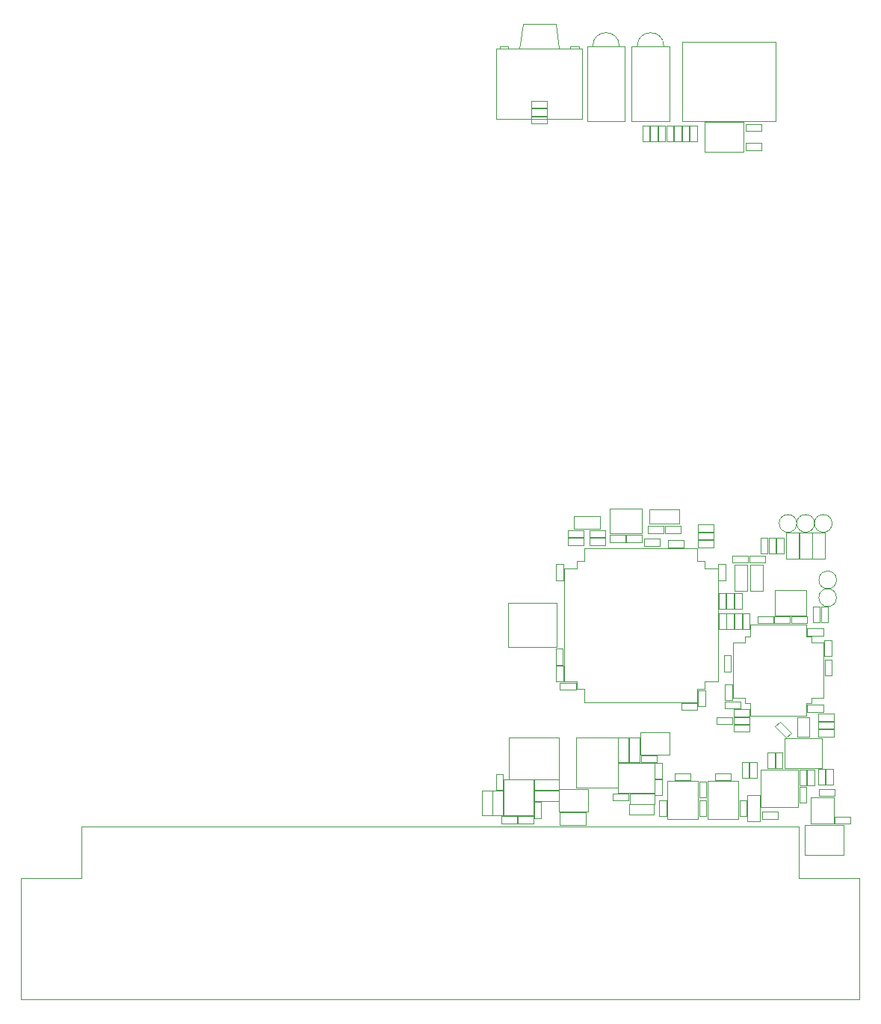
<source format=gbr>
%TF.GenerationSoftware,KiCad,Pcbnew,8.0.8-8.0.8-0~ubuntu24.04.1*%
%TF.CreationDate,2025-02-17T20:41:45+00:00*%
%TF.ProjectId,base-module,62617365-2d6d-46f6-9475-6c652e6b6963,1.0.0*%
%TF.SameCoordinates,Original*%
%TF.FileFunction,Other,User*%
%FSLAX46Y46*%
G04 Gerber Fmt 4.6, Leading zero omitted, Abs format (unit mm)*
G04 Created by KiCad (PCBNEW 8.0.8-8.0.8-0~ubuntu24.04.1) date 2025-02-17 20:41:45*
%MOMM*%
%LPD*%
G01*
G04 APERTURE LIST*
%ADD10C,0.050000*%
G04 APERTURE END LIST*
D10*
%TO.C,L301*%
X104770720Y-129571542D02*
X104770720Y-135271542D01*
X104770720Y-135271542D02*
X109470720Y-135271542D01*
X109470720Y-129571542D02*
X104770720Y-129571542D01*
X109470720Y-135271542D02*
X109470720Y-129571542D01*
%TO.C,JP300*%
X102800000Y-135425000D02*
X102800000Y-137925000D01*
X102800000Y-135425000D02*
X106100000Y-135425000D01*
X106100000Y-137925000D02*
X102800000Y-137925000D01*
X106100000Y-137925000D02*
X106100000Y-135425000D01*
%TO.C,TP302*%
X133750000Y-105325000D02*
G75*
G02*
X131750000Y-105325000I-1000000J0D01*
G01*
X131750000Y-105325000D02*
G75*
G02*
X133750000Y-105325000I1000000J0D01*
G01*
%TO.C,U200*%
X130650000Y-139475000D02*
X130650000Y-142875000D01*
X130650000Y-142875000D02*
X135050000Y-142875000D01*
X135050000Y-139475000D02*
X130650000Y-139475000D01*
X135050000Y-142875000D02*
X135050000Y-139475000D01*
%TO.C,LED300*%
X105983600Y-51335000D02*
X110283600Y-51335000D01*
X110283600Y-59785000D01*
X105983600Y-59785000D01*
X105983600Y-51335000D01*
X106633591Y-51284985D02*
G75*
G02*
X109633609Y-51284985I1500009J-5D01*
G01*
%TO.C,R903*%
X126450000Y-133025000D02*
X126450000Y-131225000D01*
X127250000Y-131225000D02*
X126450000Y-131225000D01*
X127250000Y-131225000D02*
X127250000Y-133025000D01*
X127250000Y-133025000D02*
X126450000Y-133025000D01*
%TO.C,R308*%
X125800000Y-137975000D02*
X127600000Y-137975000D01*
X125800000Y-138775000D02*
X125800000Y-137975000D01*
X127600000Y-138775000D02*
X125800000Y-138775000D01*
X127600000Y-138775000D02*
X127600000Y-137975000D01*
%TO.C,C501*%
X118700000Y-136675000D02*
X119500000Y-136675000D01*
X118700000Y-138475000D02*
X118700000Y-136675000D01*
X118700000Y-138475000D02*
X119500000Y-138475000D01*
X119500000Y-136675000D02*
X119500000Y-138475000D01*
%TO.C,R716*%
X122600000Y-128125000D02*
X122600000Y-128925000D01*
X122600000Y-128125000D02*
X124400000Y-128125000D01*
X124400000Y-128125000D02*
X124400000Y-128925000D01*
X124400000Y-128925000D02*
X122600000Y-128925000D01*
%TO.C,R306*%
X113670720Y-134221542D02*
X113670720Y-132421542D01*
X114470720Y-132421542D02*
X113670720Y-132421542D01*
X114470720Y-132421542D02*
X114470720Y-134221542D01*
X114470720Y-134221542D02*
X113670720Y-134221542D01*
%TO.C,D301*%
X124120000Y-136095000D02*
X125580000Y-136095000D01*
X124120000Y-139055000D02*
X124120000Y-136095000D01*
X125580000Y-136095000D02*
X125580000Y-139055000D01*
X125580000Y-139055000D02*
X124120000Y-139055000D01*
%TO.C,FB400*%
X104470000Y-104495000D02*
X107430000Y-104495000D01*
X104470000Y-105955000D02*
X104470000Y-104495000D01*
X107430000Y-104495000D02*
X107430000Y-105955000D01*
X107430000Y-105955000D02*
X104470000Y-105955000D01*
%TO.C,C601*%
X114150000Y-136675000D02*
X114950000Y-136675000D01*
X114150000Y-138475000D02*
X114150000Y-136675000D01*
X114150000Y-138475000D02*
X114950000Y-138475000D01*
X114950000Y-136675000D02*
X114950000Y-138475000D01*
%TO.C,R301*%
X96250000Y-138471508D02*
X98050000Y-138471508D01*
X96250000Y-139271508D02*
X96250000Y-138471508D01*
X98050000Y-139271508D02*
X96250000Y-139271508D01*
X98050000Y-139271508D02*
X98050000Y-138471508D01*
%TO.C,C408*%
X103800000Y-106075000D02*
X105600000Y-106075000D01*
X103800000Y-106875000D02*
X103800000Y-106075000D01*
X105600000Y-106875000D02*
X103800000Y-106875000D01*
X105600000Y-106875000D02*
X105600000Y-106075000D01*
%TO.C,R600*%
X118700000Y-134525000D02*
X119500000Y-134525000D01*
X118700000Y-136325000D02*
X118700000Y-134525000D01*
X118700000Y-136325000D02*
X119500000Y-136325000D01*
X119500000Y-134525000D02*
X119500000Y-136325000D01*
%TO.C,C400*%
X115175000Y-107250000D02*
X115175000Y-108050000D01*
X115175000Y-107250000D02*
X116975000Y-107250000D01*
X116975000Y-107250000D02*
X116975000Y-108050000D01*
X116975000Y-108050000D02*
X115175000Y-108050000D01*
%TO.C,C313*%
X112850000Y-105625000D02*
X114650000Y-105625000D01*
X112850000Y-106425000D02*
X112850000Y-105625000D01*
X114650000Y-106425000D02*
X112850000Y-106425000D01*
X114650000Y-106425000D02*
X114650000Y-105625000D01*
%TO.C,R801*%
X123950000Y-62275000D02*
X123950000Y-63075000D01*
X123950000Y-62275000D02*
X125750000Y-62275000D01*
X125750000Y-62275000D02*
X125750000Y-63075000D01*
X125750000Y-63075000D02*
X123950000Y-63075000D01*
%TO.C,C600*%
X115900000Y-133625000D02*
X117700000Y-133625000D01*
X115900000Y-134425000D02*
X115900000Y-133625000D01*
X117700000Y-134425000D02*
X115900000Y-134425000D01*
X117700000Y-134425000D02*
X117700000Y-133625000D01*
%TO.C,C407*%
X106275000Y-106975000D02*
X108075000Y-106975000D01*
X106275000Y-107775000D02*
X106275000Y-106975000D01*
X108075000Y-107775000D02*
X106275000Y-107775000D01*
X108075000Y-107775000D02*
X108075000Y-106975000D01*
%TO.C,C314*%
X114800000Y-105625000D02*
X114800000Y-106425000D01*
X114800000Y-105625000D02*
X116600000Y-105625000D01*
X116600000Y-105625000D02*
X116600000Y-106425000D01*
X116600000Y-106425000D02*
X114800000Y-106425000D01*
%TO.C,U801*%
X131350000Y-136300000D02*
X131350000Y-139300000D01*
X131350000Y-139300000D02*
X133950000Y-139300000D01*
X133950000Y-136300000D02*
X131350000Y-136300000D01*
X133950000Y-139300000D02*
X133950000Y-136300000D01*
%TO.C,TP701*%
X134250000Y-113725000D02*
G75*
G02*
X132250000Y-113725000I-1000000J0D01*
G01*
X132250000Y-113725000D02*
G75*
G02*
X134250000Y-113725000I1000000J0D01*
G01*
%TO.C,C304*%
X94046542Y-135591059D02*
X95246542Y-135591059D01*
X94046542Y-138391059D02*
X94046542Y-135591059D01*
X95246542Y-135591059D02*
X95246542Y-138391059D01*
X95246542Y-138391059D02*
X94046542Y-138391059D01*
%TO.C,C305*%
X95690000Y-135471508D02*
X95690000Y-133671508D01*
X96490000Y-133671508D02*
X95690000Y-133671508D01*
X96490000Y-133671508D02*
X96490000Y-135471508D01*
X96490000Y-135471508D02*
X95690000Y-135471508D01*
%TO.C,R404*%
X118550000Y-107245000D02*
X120350000Y-107245000D01*
X118550000Y-108045000D02*
X118550000Y-107245000D01*
X120350000Y-108045000D02*
X118550000Y-108045000D01*
X120350000Y-108045000D02*
X120350000Y-107245000D01*
%TO.C,U301*%
X109500000Y-132418050D02*
X109500000Y-135818050D01*
X109500000Y-135818050D02*
X113600000Y-135818050D01*
X113600000Y-132418050D02*
X109500000Y-132418050D01*
X113600000Y-135818050D02*
X113600000Y-132418050D01*
%TO.C,C500*%
X120500000Y-133625000D02*
X122300000Y-133625000D01*
X120500000Y-134425000D02*
X120500000Y-133625000D01*
X122300000Y-134425000D02*
X120500000Y-134425000D01*
X122300000Y-134425000D02*
X122300000Y-133625000D01*
%TO.C,R902*%
X127350000Y-133025000D02*
X127350000Y-131225000D01*
X128150000Y-131225000D02*
X127350000Y-131225000D01*
X128150000Y-131225000D02*
X128150000Y-133025000D01*
X128150000Y-133025000D02*
X127350000Y-133025000D01*
%TO.C,D400*%
X128510000Y-106395000D02*
X129970000Y-106395000D01*
X128510000Y-109355000D02*
X128510000Y-106395000D01*
X129970000Y-106395000D02*
X129970000Y-109355000D01*
X129970000Y-109355000D02*
X128510000Y-109355000D01*
%TO.C,R700*%
X120925000Y-117325000D02*
X120925000Y-115525000D01*
X121725000Y-115525000D02*
X120925000Y-115525000D01*
X121725000Y-115525000D02*
X121725000Y-117325000D01*
X121725000Y-117325000D02*
X120925000Y-117325000D01*
%TO.C,R405*%
X99680000Y-59275000D02*
X99680000Y-60075000D01*
X99680000Y-59275000D02*
X101480000Y-59275000D01*
X101480000Y-59275000D02*
X101480000Y-60075000D01*
X101480000Y-60075000D02*
X99680000Y-60075000D01*
%TO.C,R409*%
X114050000Y-60325000D02*
X114850000Y-60325000D01*
X114050000Y-62125000D02*
X114050000Y-60325000D01*
X114050000Y-62125000D02*
X114850000Y-62125000D01*
X114850000Y-60325000D02*
X114850000Y-62125000D01*
%TO.C,R400*%
X113150000Y-60325000D02*
X113950000Y-60325000D01*
X113150000Y-62125000D02*
X113150000Y-60325000D01*
X113150000Y-62125000D02*
X113950000Y-62125000D01*
X113950000Y-60325000D02*
X113950000Y-62125000D01*
%TO.C,R411*%
X126550000Y-106975000D02*
X127350000Y-106975000D01*
X126550000Y-108775000D02*
X126550000Y-106975000D01*
X126550000Y-108775000D02*
X127350000Y-108775000D01*
X127350000Y-106975000D02*
X127350000Y-108775000D01*
%TO.C,C410*%
X122700000Y-115000000D02*
X122700000Y-113200000D01*
X123500000Y-113200000D02*
X122700000Y-113200000D01*
X123500000Y-113200000D02*
X123500000Y-115000000D01*
X123500000Y-115000000D02*
X122700000Y-115000000D01*
%TO.C,D701*%
X124445000Y-109970000D02*
X125905000Y-109970000D01*
X124445000Y-112930000D02*
X124445000Y-109970000D01*
X125905000Y-109970000D02*
X125905000Y-112930000D01*
X125905000Y-112930000D02*
X124445000Y-112930000D01*
%TO.C,R701*%
X123600000Y-117325000D02*
X123600000Y-115525000D01*
X124400000Y-115525000D02*
X123600000Y-115525000D01*
X124400000Y-115525000D02*
X124400000Y-117325000D01*
X124400000Y-117325000D02*
X123600000Y-117325000D01*
%TO.C,C405*%
X120875000Y-111750000D02*
X120875000Y-109950000D01*
X121675000Y-109950000D02*
X120875000Y-109950000D01*
X121675000Y-109950000D02*
X121675000Y-111750000D01*
X121675000Y-111750000D02*
X120875000Y-111750000D01*
%TO.C,C301*%
X100000000Y-135571508D02*
X102800000Y-135571508D01*
X100000000Y-136771508D02*
X100000000Y-135571508D01*
X102800000Y-135571508D02*
X102800000Y-136771508D01*
X102800000Y-136771508D02*
X100000000Y-136771508D01*
%TO.C,C300*%
X100000000Y-136881508D02*
X100800000Y-136881508D01*
X100000000Y-138681508D02*
X100000000Y-136881508D01*
X100000000Y-138681508D02*
X100800000Y-138681508D01*
X100800000Y-136881508D02*
X100800000Y-138681508D01*
%TO.C,D402*%
X131510000Y-106395000D02*
X132970000Y-106395000D01*
X131510000Y-109355000D02*
X131510000Y-106395000D01*
X132970000Y-106395000D02*
X132970000Y-109355000D01*
X132970000Y-109355000D02*
X131510000Y-109355000D01*
%TO.C,Y700*%
X127250000Y-112925000D02*
X130850000Y-112925000D01*
X127250000Y-115725000D02*
X127250000Y-112925000D01*
X130850000Y-112925000D02*
X130850000Y-115725000D01*
X130850000Y-115725000D02*
X127250000Y-115725000D01*
%TO.C,U700*%
X122500000Y-118775000D02*
X123900000Y-118775000D01*
X122500000Y-121925000D02*
X122500000Y-118775000D01*
X122500000Y-121925000D02*
X122500000Y-125075000D01*
X122500000Y-125075000D02*
X123900000Y-125075000D01*
X123900000Y-118175000D02*
X124500000Y-118175000D01*
X123900000Y-118775000D02*
X123900000Y-118175000D01*
X123900000Y-125075000D02*
X123900000Y-125675000D01*
X123900000Y-125675000D02*
X124500000Y-125675000D01*
X124500000Y-116775000D02*
X127650000Y-116775000D01*
X124500000Y-118175000D02*
X124500000Y-116775000D01*
X124500000Y-125675000D02*
X124500000Y-127075000D01*
X124500000Y-127075000D02*
X127650000Y-127075000D01*
X130800000Y-116775000D02*
X127650000Y-116775000D01*
X130800000Y-118175000D02*
X130800000Y-116775000D01*
X130800000Y-125675000D02*
X130800000Y-127075000D01*
X130800000Y-127075000D02*
X127650000Y-127075000D01*
X131400000Y-118175000D02*
X130800000Y-118175000D01*
X131400000Y-118775000D02*
X131400000Y-118175000D01*
X131400000Y-125075000D02*
X131400000Y-125675000D01*
X131400000Y-125675000D02*
X130800000Y-125675000D01*
X132800000Y-118775000D02*
X131400000Y-118775000D01*
X132800000Y-121925000D02*
X132800000Y-118775000D01*
X132800000Y-121925000D02*
X132800000Y-125075000D01*
X132800000Y-125075000D02*
X131400000Y-125075000D01*
%TO.C,TP700*%
X134250000Y-111725000D02*
G75*
G02*
X132250000Y-111725000I-1000000J0D01*
G01*
X132250000Y-111725000D02*
G75*
G02*
X134250000Y-111725000I1000000J0D01*
G01*
%TO.C,R707*%
X122450000Y-108975000D02*
X122450000Y-109775000D01*
X122450000Y-108975000D02*
X124250000Y-108975000D01*
X124250000Y-108975000D02*
X124250000Y-109775000D01*
X124250000Y-109775000D02*
X122450000Y-109775000D01*
%TO.C,U800*%
X119350000Y-59872500D02*
X119350000Y-63272500D01*
X119350000Y-63272500D02*
X123750000Y-63272500D01*
X123750000Y-59872500D02*
X119350000Y-59872500D01*
X123750000Y-63272500D02*
X123750000Y-59872500D01*
%TO.C,U400*%
X103355000Y-110450000D02*
X104825000Y-110450000D01*
X103355000Y-116850000D02*
X103355000Y-110450000D01*
X103355000Y-116850000D02*
X103355000Y-123250000D01*
X103355000Y-123250000D02*
X104825000Y-123250000D01*
X104825000Y-109600000D02*
X105675000Y-109600000D01*
X104825000Y-110450000D02*
X104825000Y-109600000D01*
X104825000Y-123250000D02*
X104825000Y-124100000D01*
X104825000Y-124100000D02*
X105675000Y-124100000D01*
X105675000Y-108130000D02*
X112075000Y-108130000D01*
X105675000Y-109600000D02*
X105675000Y-108130000D01*
X105675000Y-124100000D02*
X105675000Y-125570000D01*
X105675000Y-125570000D02*
X112075000Y-125570000D01*
X118475000Y-108130000D02*
X112075000Y-108130000D01*
X118475000Y-109600000D02*
X118475000Y-108130000D01*
X118475000Y-124100000D02*
X118475000Y-125570000D01*
X118475000Y-125570000D02*
X112075000Y-125570000D01*
X119325000Y-109600000D02*
X118475000Y-109600000D01*
X119325000Y-110450000D02*
X119325000Y-109600000D01*
X119325000Y-123250000D02*
X119325000Y-124100000D01*
X119325000Y-124100000D02*
X118475000Y-124100000D01*
X120795000Y-110450000D02*
X119325000Y-110450000D01*
X120795000Y-116850000D02*
X120795000Y-110450000D01*
X120795000Y-116850000D02*
X120795000Y-123250000D01*
X120795000Y-123250000D02*
X119325000Y-123250000D01*
%TO.C,C409*%
X103800000Y-106975000D02*
X105600000Y-106975000D01*
X103800000Y-107775000D02*
X103800000Y-106975000D01*
X105600000Y-107775000D02*
X103800000Y-107775000D01*
X105600000Y-107775000D02*
X105600000Y-106975000D01*
%TO.C,C708*%
X127200000Y-115835000D02*
X129000000Y-115835000D01*
X127200000Y-116635000D02*
X127200000Y-115835000D01*
X129000000Y-116635000D02*
X127200000Y-116635000D01*
X129000000Y-116635000D02*
X129000000Y-115835000D01*
%TO.C,R705*%
X132500000Y-116525000D02*
X132500000Y-114725000D01*
X133300000Y-114725000D02*
X132500000Y-114725000D01*
X133300000Y-114725000D02*
X133300000Y-116525000D01*
X133300000Y-116525000D02*
X132500000Y-116525000D01*
%TO.C,R307*%
X113670720Y-136121542D02*
X113670720Y-134321542D01*
X114470720Y-134321542D02*
X113670720Y-134321542D01*
X114470720Y-134321542D02*
X114470720Y-136121542D01*
X114470720Y-136121542D02*
X113670720Y-136121542D01*
%TO.C,R711*%
X132150000Y-127775000D02*
X132150000Y-128575000D01*
X132150000Y-127775000D02*
X133950000Y-127775000D01*
X133950000Y-127775000D02*
X133950000Y-128575000D01*
X133950000Y-128575000D02*
X132150000Y-128575000D01*
%TO.C,R710*%
X132150000Y-126875000D02*
X132150000Y-127675000D01*
X132150000Y-126875000D02*
X133950000Y-126875000D01*
X133950000Y-126875000D02*
X133950000Y-127675000D01*
X133950000Y-127675000D02*
X132150000Y-127675000D01*
%TO.C,R715*%
X122600000Y-127250000D02*
X122600000Y-128050000D01*
X122600000Y-127250000D02*
X124400000Y-127250000D01*
X124400000Y-127250000D02*
X124400000Y-128050000D01*
X124400000Y-128050000D02*
X122600000Y-128050000D01*
%TO.C,C801*%
X115850000Y-62125000D02*
X115850000Y-60325000D01*
X116650000Y-60325000D02*
X115850000Y-60325000D01*
X116650000Y-60325000D02*
X116650000Y-62125000D01*
X116650000Y-62125000D02*
X115850000Y-62125000D01*
%TO.C,TP300*%
X129750000Y-105325000D02*
G75*
G02*
X127750000Y-105325000I-1000000J0D01*
G01*
X127750000Y-105325000D02*
G75*
G02*
X129750000Y-105325000I1000000J0D01*
G01*
%TO.C,C402*%
X102475000Y-109950000D02*
X103275000Y-109950000D01*
X102475000Y-111750000D02*
X102475000Y-109950000D01*
X102475000Y-111750000D02*
X103275000Y-111750000D01*
X103275000Y-109950000D02*
X103275000Y-111750000D01*
%TO.C,JP301*%
X112045720Y-128975000D02*
X112045720Y-131475000D01*
X112045720Y-128975000D02*
X115345720Y-128975000D01*
X115345720Y-131475000D02*
X112045720Y-131475000D01*
X115345720Y-131475000D02*
X115345720Y-128975000D01*
%TO.C,J800*%
X127370000Y-59795000D02*
X116730000Y-59795000D01*
X116730000Y-50855000D01*
X127370000Y-50855000D01*
X127370000Y-59795000D01*
%TO.C,C311*%
X108870720Y-135881542D02*
X108870720Y-136681542D01*
X108870720Y-135881542D02*
X110670720Y-135881542D01*
X110670720Y-135881542D02*
X110670720Y-136681542D01*
X110670720Y-136681542D02*
X108870720Y-136681542D01*
%TO.C,TP301*%
X131750000Y-105325000D02*
G75*
G02*
X129750000Y-105325000I-1000000J0D01*
G01*
X129750000Y-105325000D02*
G75*
G02*
X131750000Y-105325000I1000000J0D01*
G01*
%TO.C,C707*%
X129100000Y-115825000D02*
X129100000Y-116625000D01*
X129100000Y-115825000D02*
X130900000Y-115825000D01*
X130900000Y-115825000D02*
X130900000Y-116625000D01*
X130900000Y-116625000D02*
X129100000Y-116625000D01*
%TO.C,R901*%
X123500000Y-134125000D02*
X123500000Y-132325000D01*
X124300000Y-132325000D02*
X123500000Y-132325000D01*
X124300000Y-132325000D02*
X124300000Y-134125000D01*
X124300000Y-134125000D02*
X123500000Y-134125000D01*
%TO.C,R709*%
X132150000Y-128675000D02*
X133950000Y-128675000D01*
X132150000Y-129475000D02*
X132150000Y-128675000D01*
X133950000Y-129475000D02*
X132150000Y-129475000D01*
X133950000Y-129475000D02*
X133950000Y-128675000D01*
%TO.C,R805*%
X116750000Y-62125000D02*
X116750000Y-60325000D01*
X117550000Y-60325000D02*
X116750000Y-60325000D01*
X117550000Y-60325000D02*
X117550000Y-62125000D01*
X117550000Y-62125000D02*
X116750000Y-62125000D01*
%TO.C,R800*%
X117650000Y-62125000D02*
X117650000Y-60325000D01*
X118450000Y-60325000D02*
X117650000Y-60325000D01*
X118450000Y-60325000D02*
X118450000Y-62125000D01*
X118450000Y-62125000D02*
X117650000Y-62125000D01*
%TO.C,C310*%
X110800720Y-135881542D02*
X113600720Y-135881542D01*
X110800720Y-137081542D02*
X110800720Y-135881542D01*
X113600720Y-135881542D02*
X113600720Y-137081542D01*
X113600720Y-137081542D02*
X110800720Y-137081542D01*
%TO.C,R402*%
X121800000Y-115000000D02*
X121800000Y-113200000D01*
X122600000Y-113200000D02*
X121800000Y-113200000D01*
X122600000Y-113200000D02*
X122600000Y-115000000D01*
X122600000Y-115000000D02*
X121800000Y-115000000D01*
%TO.C,R702*%
X132900000Y-120775000D02*
X133700000Y-120775000D01*
X132900000Y-122575000D02*
X132900000Y-120775000D01*
X132900000Y-122575000D02*
X133700000Y-122575000D01*
X133700000Y-120775000D02*
X133700000Y-122575000D01*
%TO.C,C309*%
X110790271Y-137125000D02*
X113590271Y-137125000D01*
X110790271Y-138325000D02*
X110790271Y-137125000D01*
X113590271Y-137125000D02*
X113590271Y-138325000D01*
X113590271Y-138325000D02*
X110790271Y-138325000D01*
%TO.C,C900*%
X130050000Y-133175000D02*
X130850000Y-133175000D01*
X130050000Y-134975000D02*
X130050000Y-133175000D01*
X130050000Y-134975000D02*
X130850000Y-134975000D01*
X130850000Y-133175000D02*
X130850000Y-134975000D01*
%TO.C,C404*%
X118575000Y-126000000D02*
X118575000Y-124200000D01*
X119375000Y-124200000D02*
X118575000Y-124200000D01*
X119375000Y-124200000D02*
X119375000Y-126000000D01*
X119375000Y-126000000D02*
X118575000Y-126000000D01*
%TO.C,R802*%
X132150000Y-134925000D02*
X132150000Y-133125000D01*
X132950000Y-133125000D02*
X132150000Y-133125000D01*
X132950000Y-133125000D02*
X132950000Y-134925000D01*
X132950000Y-134925000D02*
X132150000Y-134925000D01*
%TO.C,C701*%
X130950000Y-117225000D02*
X130950000Y-118025000D01*
X130950000Y-117225000D02*
X132750000Y-117225000D01*
X132750000Y-117225000D02*
X132750000Y-118025000D01*
X132750000Y-118025000D02*
X130950000Y-118025000D01*
%TO.C,R300*%
X98150000Y-138471508D02*
X99950000Y-138471508D01*
X98150000Y-139271508D02*
X98150000Y-138471508D01*
X99950000Y-139271508D02*
X98150000Y-139271508D01*
X99950000Y-139271508D02*
X99950000Y-138471508D01*
%TO.C,J200*%
X41870000Y-145475000D02*
X41870000Y-159205000D01*
X41870000Y-159205000D02*
X136870000Y-159205000D01*
X48720000Y-139615000D02*
X48720000Y-145475000D01*
X48720000Y-145475000D02*
X41870000Y-145475000D01*
X130010000Y-139615000D02*
X48720000Y-139615000D01*
X130010000Y-145475000D02*
X130010000Y-139615000D01*
X136870000Y-145475000D02*
X130010000Y-145475000D01*
X136870000Y-159205000D02*
X136870000Y-145475000D01*
%TO.C,C700*%
X121600000Y-125475000D02*
X121600000Y-126275000D01*
X121600000Y-125475000D02*
X123400000Y-125475000D01*
X123400000Y-125475000D02*
X123400000Y-126275000D01*
X123400000Y-126275000D02*
X121600000Y-126275000D01*
%TO.C,R500*%
X123250000Y-136675000D02*
X124050000Y-136675000D01*
X123250000Y-138475000D02*
X123250000Y-136675000D01*
X123250000Y-138475000D02*
X124050000Y-138475000D01*
X124050000Y-136675000D02*
X124050000Y-138475000D01*
%TO.C,C406*%
X106275000Y-106075000D02*
X108075000Y-106075000D01*
X106275000Y-106875000D02*
X106275000Y-106075000D01*
X108075000Y-106875000D02*
X106275000Y-106875000D01*
X108075000Y-106875000D02*
X108075000Y-106075000D01*
%TO.C,C411*%
X108525000Y-106625000D02*
X110325000Y-106625000D01*
X108525000Y-107425000D02*
X108525000Y-106625000D01*
X110325000Y-107425000D02*
X108525000Y-107425000D01*
X110325000Y-107425000D02*
X110325000Y-106625000D01*
%TO.C,C704*%
X132890000Y-120322500D02*
X132890000Y-118522500D01*
X133690000Y-118522500D02*
X132890000Y-118522500D01*
X133690000Y-118522500D02*
X133690000Y-120322500D01*
X133690000Y-120322500D02*
X132890000Y-120322500D01*
%TO.C,C902*%
X130950000Y-133175000D02*
X131750000Y-133175000D01*
X130950000Y-134975000D02*
X130950000Y-133175000D01*
X130950000Y-134975000D02*
X131750000Y-134975000D01*
X131750000Y-133175000D02*
X131750000Y-134975000D01*
%TO.C,C312*%
X132250000Y-135375000D02*
X132250000Y-136175000D01*
X132250000Y-135375000D02*
X134050000Y-135375000D01*
X134050000Y-135375000D02*
X134050000Y-136175000D01*
X134050000Y-136175000D02*
X132250000Y-136175000D01*
%TO.C,C702*%
X121610000Y-123527500D02*
X122410000Y-123527500D01*
X121610000Y-125327500D02*
X121610000Y-123527500D01*
X121610000Y-125327500D02*
X122410000Y-125327500D01*
X122410000Y-123527500D02*
X122410000Y-125327500D01*
%TO.C,R706*%
X131550000Y-116525000D02*
X131550000Y-114725000D01*
X132350000Y-114725000D02*
X131550000Y-114725000D01*
X132350000Y-114725000D02*
X132350000Y-116525000D01*
X132350000Y-116525000D02*
X131550000Y-116525000D01*
%TO.C,R803*%
X133050000Y-133125000D02*
X133850000Y-133125000D01*
X133050000Y-134925000D02*
X133050000Y-133125000D01*
X133050000Y-134925000D02*
X133850000Y-134925000D01*
X133850000Y-133125000D02*
X133850000Y-134925000D01*
%TO.C,C307*%
X109508674Y-129571542D02*
X110708674Y-129571542D01*
X109508674Y-132371542D02*
X109508674Y-129571542D01*
X110708674Y-129571542D02*
X110708674Y-132371542D01*
X110708674Y-132371542D02*
X109508674Y-132371542D01*
%TO.C,C306*%
X112080720Y-131571542D02*
X113880720Y-131571542D01*
X112080720Y-132371542D02*
X112080720Y-131571542D01*
X113880720Y-132371542D02*
X112080720Y-132371542D01*
X113880720Y-132371542D02*
X113880720Y-131571542D01*
%TO.C,R401*%
X120900000Y-113200000D02*
X121700000Y-113200000D01*
X120900000Y-115000000D02*
X120900000Y-113200000D01*
X120900000Y-115000000D02*
X121700000Y-115000000D01*
X121700000Y-113200000D02*
X121700000Y-115000000D01*
%TO.C,F300*%
X102920000Y-138045000D02*
X105880000Y-138045000D01*
X102920000Y-139505000D02*
X102920000Y-138045000D01*
X105880000Y-138045000D02*
X105880000Y-139505000D01*
X105880000Y-139505000D02*
X102920000Y-139505000D01*
%TO.C,R714*%
X122600000Y-126375000D02*
X122600000Y-127175000D01*
X122600000Y-126375000D02*
X124400000Y-126375000D01*
X124400000Y-126375000D02*
X124400000Y-127175000D01*
X124400000Y-127175000D02*
X122600000Y-127175000D01*
%TO.C,R900*%
X124400000Y-134125000D02*
X124400000Y-132325000D01*
X125200000Y-132325000D02*
X124400000Y-132325000D01*
X125200000Y-132325000D02*
X125200000Y-134125000D01*
X125200000Y-134125000D02*
X124400000Y-134125000D01*
%TO.C,C414*%
X116675000Y-125650000D02*
X116675000Y-126450000D01*
X116675000Y-125650000D02*
X118475000Y-125650000D01*
X118475000Y-125650000D02*
X118475000Y-126450000D01*
X118475000Y-126450000D02*
X116675000Y-126450000D01*
%TO.C,SW400*%
X98705000Y-48825000D02*
X98330000Y-51575000D01*
X98705000Y-48825000D02*
X102455000Y-48825000D01*
X102455000Y-48825000D02*
X102830000Y-51575000D01*
X95705000Y-51575000D02*
X105455000Y-51575000D01*
X105455000Y-59525000D01*
X95705000Y-59525000D01*
X95705000Y-51575000D01*
X96080000Y-51299600D02*
X97080000Y-51299600D01*
X97080000Y-51575000D01*
X96080000Y-51575000D01*
X96080000Y-51299600D01*
X104080000Y-51325000D02*
X105080000Y-51325000D01*
X105080000Y-51575000D01*
X104080000Y-51575000D01*
X104080000Y-51325000D01*
%TO.C,U600*%
X115050000Y-134495000D02*
X115050000Y-138755000D01*
X115050000Y-138755000D02*
X118550000Y-138755000D01*
X118550000Y-134495000D02*
X115050000Y-134495000D01*
X118550000Y-138755000D02*
X118550000Y-134495000D01*
%TO.C,X300*%
X113025000Y-103750000D02*
X116425000Y-103750000D01*
X113025000Y-105350000D02*
X113025000Y-103750000D01*
X116425000Y-103750000D02*
X116425000Y-105350000D01*
X116425000Y-105350000D02*
X113025000Y-105350000D01*
%TO.C,R406*%
X99680000Y-57475000D02*
X101480000Y-57475000D01*
X99680000Y-58275000D02*
X99680000Y-57475000D01*
X101480000Y-58275000D02*
X99680000Y-58275000D01*
X101480000Y-58275000D02*
X101480000Y-57475000D01*
%TO.C,R412*%
X125650000Y-106975000D02*
X126450000Y-106975000D01*
X125650000Y-108775000D02*
X125650000Y-106975000D01*
X125650000Y-108775000D02*
X126450000Y-108775000D01*
X126450000Y-106975000D02*
X126450000Y-108775000D01*
%TO.C,C706*%
X121800000Y-115525000D02*
X122600000Y-115525000D01*
X121800000Y-117325000D02*
X121800000Y-115525000D01*
X121800000Y-117325000D02*
X122600000Y-117325000D01*
X122600000Y-115525000D02*
X122600000Y-117325000D01*
%TO.C,C800*%
X123950000Y-60125000D02*
X123950000Y-60925000D01*
X123950000Y-60125000D02*
X125750000Y-60125000D01*
X125750000Y-60125000D02*
X125750000Y-60925000D01*
X125750000Y-60925000D02*
X123950000Y-60925000D01*
%TO.C,C302*%
X100000000Y-134309462D02*
X102800000Y-134309462D01*
X100000000Y-135509462D02*
X100000000Y-134309462D01*
X102800000Y-134309462D02*
X102800000Y-135509462D01*
X102800000Y-135509462D02*
X100000000Y-135509462D01*
%TO.C,C401*%
X112425000Y-107075000D02*
X112425000Y-107875000D01*
X112425000Y-107075000D02*
X114225000Y-107075000D01*
X114225000Y-107075000D02*
X114225000Y-107875000D01*
X114225000Y-107875000D02*
X112425000Y-107875000D01*
%TO.C,C705*%
X125300000Y-115835000D02*
X125300000Y-116635000D01*
X125300000Y-115835000D02*
X127100000Y-115835000D01*
X127100000Y-115835000D02*
X127100000Y-116635000D01*
X127100000Y-116635000D02*
X125300000Y-116635000D01*
%TO.C,R712*%
X127280761Y-128321447D02*
X127846447Y-127755761D01*
X127846447Y-127755761D02*
X129119239Y-129028553D01*
X128553553Y-129594239D02*
X127280761Y-128321447D01*
X128553553Y-129594239D02*
X129119239Y-129028553D01*
%TO.C,X400*%
X108575000Y-103650000D02*
X112175000Y-103650000D01*
X108575000Y-106450000D02*
X108575000Y-103650000D01*
X112175000Y-103650000D02*
X112175000Y-106450000D01*
X112175000Y-106450000D02*
X108575000Y-106450000D01*
%TO.C,R708*%
X121500000Y-122075000D02*
X121500000Y-120275000D01*
X122300000Y-120275000D02*
X121500000Y-120275000D01*
X122300000Y-120275000D02*
X122300000Y-122075000D01*
X122300000Y-122075000D02*
X121500000Y-122075000D01*
%TO.C,C403*%
X102925000Y-123350000D02*
X104725000Y-123350000D01*
X102925000Y-124150000D02*
X102925000Y-123350000D01*
X104725000Y-124150000D02*
X102925000Y-124150000D01*
X104725000Y-124150000D02*
X104725000Y-123350000D01*
%TO.C,R410*%
X127450000Y-106975000D02*
X128250000Y-106975000D01*
X127450000Y-108775000D02*
X127450000Y-106975000D01*
X127450000Y-108775000D02*
X128250000Y-108775000D01*
X128250000Y-106975000D02*
X128250000Y-108775000D01*
%TO.C,Y900*%
X128400000Y-129625000D02*
X128400000Y-133025000D01*
X128400000Y-133025000D02*
X132600000Y-133025000D01*
X132600000Y-129625000D02*
X128400000Y-129625000D01*
X132600000Y-133025000D02*
X132600000Y-129625000D01*
%TO.C,U500*%
X119650000Y-134495000D02*
X119650000Y-138755000D01*
X119650000Y-138755000D02*
X123150000Y-138755000D01*
X123150000Y-134495000D02*
X119650000Y-134495000D01*
X123150000Y-138755000D02*
X123150000Y-134495000D01*
%TO.C,R713*%
X124350000Y-108975000D02*
X124350000Y-109775000D01*
X124350000Y-108975000D02*
X126150000Y-108975000D01*
X126150000Y-108975000D02*
X126150000Y-109775000D01*
X126150000Y-109775000D02*
X124350000Y-109775000D01*
%TO.C,C412*%
X110425000Y-106625000D02*
X110425000Y-107425000D01*
X110425000Y-106625000D02*
X112225000Y-106625000D01*
X112225000Y-106625000D02*
X112225000Y-107425000D01*
X112225000Y-107425000D02*
X110425000Y-107425000D01*
%TO.C,C415*%
X118560000Y-105465000D02*
X118560000Y-106265000D01*
X118560000Y-105465000D02*
X120360000Y-105465000D01*
X120360000Y-105465000D02*
X120360000Y-106265000D01*
X120360000Y-106265000D02*
X118560000Y-106265000D01*
%TO.C,U100*%
X97045000Y-114350000D02*
X102545000Y-114350000D01*
X97045000Y-119350000D02*
X97045000Y-114350000D01*
X102545000Y-114350000D02*
X102545000Y-119350000D01*
X102545000Y-119350000D02*
X97045000Y-119350000D01*
%TO.C,D700*%
X122695000Y-109970000D02*
X124155000Y-109970000D01*
X122695000Y-112930000D02*
X122695000Y-109970000D01*
X124155000Y-109970000D02*
X124155000Y-112930000D01*
X124155000Y-112930000D02*
X122695000Y-112930000D01*
%TO.C,C413*%
X102475000Y-123250000D02*
X102475000Y-121450000D01*
X103275000Y-121450000D02*
X102475000Y-121450000D01*
X103275000Y-121450000D02*
X103275000Y-123250000D01*
X103275000Y-123250000D02*
X102475000Y-123250000D01*
%TO.C,L300*%
X97100000Y-129571508D02*
X97100000Y-134271508D01*
X97100000Y-134271508D02*
X102800000Y-134271508D01*
X102800000Y-129571508D02*
X97100000Y-129571508D01*
X102800000Y-134271508D02*
X102800000Y-129571508D01*
%TO.C,C100*%
X102450000Y-119525000D02*
X103250000Y-119525000D01*
X102450000Y-121325000D02*
X102450000Y-119525000D01*
X102450000Y-121325000D02*
X103250000Y-121325000D01*
X103250000Y-119525000D02*
X103250000Y-121325000D01*
%TO.C,U302*%
X125670000Y-133182500D02*
X125670000Y-137442500D01*
X125670000Y-137442500D02*
X129930000Y-137442500D01*
X129930000Y-133182500D02*
X125670000Y-133182500D01*
X129930000Y-137442500D02*
X129930000Y-133182500D01*
%TO.C,C703*%
X130950000Y-125875000D02*
X130950000Y-126675000D01*
X130950000Y-125875000D02*
X132750000Y-125875000D01*
X132750000Y-125875000D02*
X132750000Y-126675000D01*
X132750000Y-126675000D02*
X130950000Y-126675000D01*
%TO.C,D401*%
X130020000Y-106395000D02*
X131480000Y-106395000D01*
X130020000Y-109355000D02*
X130020000Y-106395000D01*
X131480000Y-106395000D02*
X131480000Y-109355000D01*
X131480000Y-109355000D02*
X130020000Y-109355000D01*
%TO.C,R408*%
X114950000Y-60325000D02*
X115750000Y-60325000D01*
X114950000Y-62125000D02*
X114950000Y-60325000D01*
X114950000Y-62125000D02*
X115750000Y-62125000D01*
X115750000Y-60325000D02*
X115750000Y-62125000D01*
%TO.C,R403*%
X118560000Y-106365000D02*
X120360000Y-106365000D01*
X118560000Y-107165000D02*
X118560000Y-106365000D01*
X120360000Y-107165000D02*
X118560000Y-107165000D01*
X120360000Y-107165000D02*
X120360000Y-106365000D01*
%TO.C,R703*%
X122700000Y-115525000D02*
X123500000Y-115525000D01*
X122700000Y-117325000D02*
X122700000Y-115525000D01*
X122700000Y-117325000D02*
X123500000Y-117325000D01*
X123500000Y-115525000D02*
X123500000Y-117325000D01*
%TO.C,C308*%
X110770720Y-129571542D02*
X111970720Y-129571542D01*
X110770720Y-132371542D02*
X110770720Y-129571542D01*
X111970720Y-129571542D02*
X111970720Y-132371542D01*
X111970720Y-132371542D02*
X110770720Y-132371542D01*
%TO.C,R407*%
X112250000Y-60325000D02*
X113050000Y-60325000D01*
X112250000Y-62125000D02*
X112250000Y-60325000D01*
X112250000Y-62125000D02*
X113050000Y-62125000D01*
X113050000Y-60325000D02*
X113050000Y-62125000D01*
%TO.C,Q700*%
X129800000Y-127275000D02*
X131200000Y-127275000D01*
X129800000Y-129475000D02*
X129800000Y-127275000D01*
X131200000Y-127275000D02*
X131200000Y-129475000D01*
X131200000Y-129475000D02*
X129800000Y-129475000D01*
%TO.C,C904*%
X130050000Y-136925000D02*
X130050000Y-135125000D01*
X130850000Y-135125000D02*
X130050000Y-135125000D01*
X130850000Y-135125000D02*
X130850000Y-136925000D01*
X130850000Y-136925000D02*
X130050000Y-136925000D01*
%TO.C,C416*%
X99680000Y-58375000D02*
X101480000Y-58375000D01*
X99680000Y-59175000D02*
X99680000Y-58375000D01*
X101480000Y-59175000D02*
X99680000Y-59175000D01*
X101480000Y-59175000D02*
X101480000Y-58375000D01*
%TO.C,R804*%
X134050000Y-138525000D02*
X134050000Y-139325000D01*
X134050000Y-138525000D02*
X135850000Y-138525000D01*
X135850000Y-138525000D02*
X135850000Y-139325000D01*
X135850000Y-139325000D02*
X134050000Y-139325000D01*
%TO.C,U300*%
X96553492Y-134300788D02*
X96553492Y-138400788D01*
X96553492Y-138400788D02*
X99953492Y-138400788D01*
X99953492Y-134300788D02*
X96553492Y-134300788D01*
X99953492Y-138400788D02*
X99953492Y-134300788D01*
%TO.C,C303*%
X95290000Y-135601508D02*
X96490000Y-135601508D01*
X95290000Y-138401508D02*
X95290000Y-135601508D01*
X96490000Y-135601508D02*
X96490000Y-138401508D01*
X96490000Y-138401508D02*
X95290000Y-138401508D01*
%TO.C,LED301*%
X111033600Y-51335000D02*
X115333600Y-51335000D01*
X115333600Y-59785000D01*
X111033600Y-59785000D01*
X111033600Y-51335000D01*
X111683591Y-51284985D02*
G75*
G02*
X114683609Y-51284985I1500009J-5D01*
G01*
%TO.C,R704*%
X120650000Y-127250000D02*
X120650000Y-128050000D01*
X120650000Y-127250000D02*
X122450000Y-127250000D01*
X122450000Y-127250000D02*
X122450000Y-128050000D01*
X122450000Y-128050000D02*
X120650000Y-128050000D01*
%TD*%
M02*

</source>
